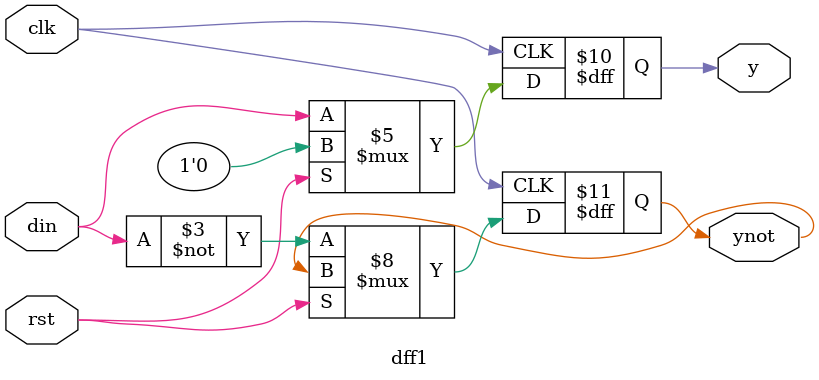
<source format=v>
`timescale 1ns / 1ps


module dff1(
    input din, rst, clk,
    output reg y,
    output reg ynot
    );
    
always@(posedge clk)
begin
    if (rst == 1)
    begin
        y <= 0;
    end
    
    else
    begin
        y  <= din;
        ynot <= ~din;
    end
end
endmodule

</source>
